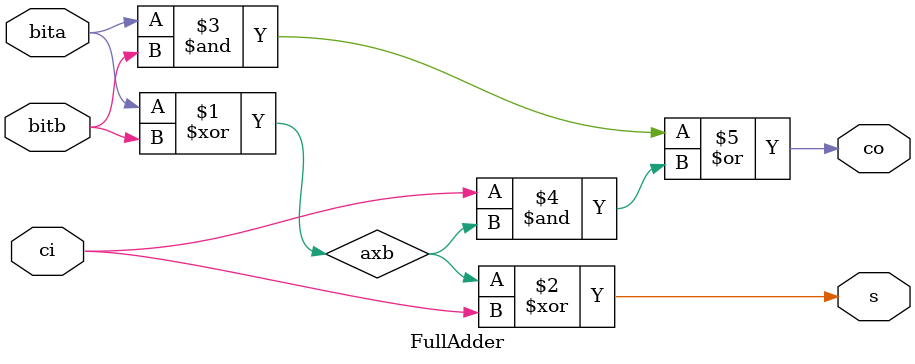
<source format=v>
module FullAdder(
    input   bita,
    input   bitb,
    input   ci,
    output  co,
    output  s
);

wire axb;

assign axb = bita^bitb;
assign s = axb^ci;
assign co = (bita&bitb) | (ci&axb);

endmodule

</source>
